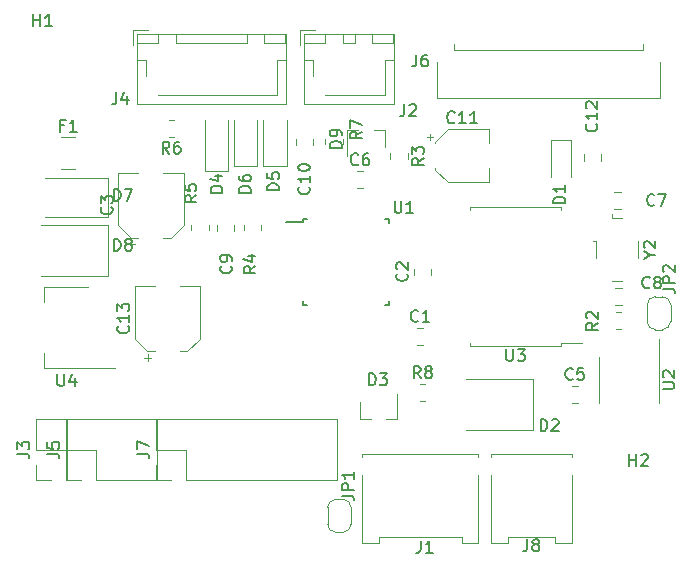
<source format=gbr>
%TF.GenerationSoftware,KiCad,Pcbnew,(5.1.12-1-10_14)*%
%TF.CreationDate,2022-04-05T22:08:35+02:00*%
%TF.ProjectId,SmartDisplay,536d6172-7444-4697-9370-6c61792e6b69,rev?*%
%TF.SameCoordinates,Original*%
%TF.FileFunction,Legend,Top*%
%TF.FilePolarity,Positive*%
%FSLAX46Y46*%
G04 Gerber Fmt 4.6, Leading zero omitted, Abs format (unit mm)*
G04 Created by KiCad (PCBNEW (5.1.12-1-10_14)) date 2022-04-05 22:08:35*
%MOMM*%
%LPD*%
G01*
G04 APERTURE LIST*
%ADD10C,0.120000*%
%ADD11C,0.150000*%
G04 APERTURE END LIST*
D10*
%TO.C,D9*%
X159780000Y-85960000D02*
X158850000Y-85960000D01*
X156620000Y-85960000D02*
X157550000Y-85960000D01*
X156620000Y-85960000D02*
X156620000Y-88120000D01*
X159780000Y-85960000D02*
X159780000Y-87420000D01*
%TO.C,C13*%
X139402500Y-105232500D02*
X140027500Y-105232500D01*
X139715000Y-105545000D02*
X139715000Y-104920000D01*
X143095563Y-104680000D02*
X144160000Y-103615563D01*
X139704437Y-104680000D02*
X138640000Y-103615563D01*
X139704437Y-104680000D02*
X140340000Y-104680000D01*
X143095563Y-104680000D02*
X142460000Y-104680000D01*
X144160000Y-103615563D02*
X144160000Y-99160000D01*
X138640000Y-103615563D02*
X138640000Y-99160000D01*
X138640000Y-99160000D02*
X140340000Y-99160000D01*
X144160000Y-99160000D02*
X142460000Y-99160000D01*
%TO.C,C3*%
X138002500Y-95632500D02*
X138627500Y-95632500D01*
X138315000Y-95945000D02*
X138315000Y-95320000D01*
X141695563Y-95080000D02*
X142760000Y-94015563D01*
X138304437Y-95080000D02*
X137240000Y-94015563D01*
X138304437Y-95080000D02*
X138940000Y-95080000D01*
X141695563Y-95080000D02*
X141060000Y-95080000D01*
X142760000Y-94015563D02*
X142760000Y-89560000D01*
X137240000Y-94015563D02*
X137240000Y-89560000D01*
X137240000Y-89560000D02*
X138940000Y-89560000D01*
X142760000Y-89560000D02*
X141060000Y-89560000D01*
%TO.C,U4*%
X130940000Y-99260000D02*
X130940000Y-100520000D01*
X130940000Y-106080000D02*
X130940000Y-104820000D01*
X134700000Y-99260000D02*
X130940000Y-99260000D01*
X136950000Y-106080000D02*
X130940000Y-106080000D01*
%TO.C,F1*%
X132385436Y-86560000D02*
X133589564Y-86560000D01*
X132385436Y-89280000D02*
X133589564Y-89280000D01*
%TO.C,D8*%
X136400000Y-98320000D02*
X136400000Y-94020000D01*
X136400000Y-94020000D02*
X130700000Y-94020000D01*
X136400000Y-98320000D02*
X130700000Y-98320000D01*
%TO.C,D7*%
X136400000Y-93320000D02*
X136400000Y-90020000D01*
X136400000Y-90020000D02*
X131000000Y-90020000D01*
X136400000Y-93320000D02*
X131000000Y-93320000D01*
%TO.C,U3*%
X170850000Y-92455000D02*
X166990000Y-92455000D01*
X166990000Y-92455000D02*
X166990000Y-92700000D01*
X170850000Y-92455000D02*
X174710000Y-92455000D01*
X174710000Y-92455000D02*
X174710000Y-92700000D01*
X170850000Y-104225000D02*
X166990000Y-104225000D01*
X166990000Y-104225000D02*
X166990000Y-103980000D01*
X170850000Y-104225000D02*
X174710000Y-104225000D01*
X174710000Y-104225000D02*
X174710000Y-103980000D01*
X174710000Y-103980000D02*
X176525000Y-103980000D01*
%TO.C,R8*%
X162772936Y-107435000D02*
X163227064Y-107435000D01*
X162772936Y-108905000D02*
X163227064Y-108905000D01*
%TO.C,R7*%
X156235000Y-86692936D02*
X156235000Y-87147064D01*
X154765000Y-86692936D02*
X154765000Y-87147064D01*
%TO.C,R6*%
X141950064Y-86587000D02*
X141495936Y-86587000D01*
X141950064Y-85117000D02*
X141495936Y-85117000D01*
%TO.C,R5*%
X144880000Y-93997936D02*
X144880000Y-94452064D01*
X143410000Y-93997936D02*
X143410000Y-94452064D01*
%TO.C,R4*%
X149325000Y-93997936D02*
X149325000Y-94452064D01*
X147855000Y-93997936D02*
X147855000Y-94452064D01*
%TO.C,R3*%
X161735000Y-87942936D02*
X161735000Y-88397064D01*
X160265000Y-87942936D02*
X160265000Y-88397064D01*
%TO.C,R2*%
X179814064Y-102843000D02*
X179359936Y-102843000D01*
X179814064Y-101373000D02*
X179359936Y-101373000D01*
%TO.C,C12*%
X178135000Y-88021248D02*
X178135000Y-88543752D01*
X176665000Y-88021248D02*
X176665000Y-88543752D01*
%TO.C,C9*%
X145569000Y-94486252D02*
X145569000Y-93963748D01*
X147039000Y-94486252D02*
X147039000Y-93963748D01*
%TO.C,C8*%
X179848252Y-100811000D02*
X179325748Y-100811000D01*
X179848252Y-99341000D02*
X179325748Y-99341000D01*
%TO.C,C7*%
X179238748Y-91185000D02*
X179761252Y-91185000D01*
X179238748Y-92655000D02*
X179761252Y-92655000D01*
%TO.C,C6*%
X157451248Y-89435000D02*
X157973752Y-89435000D01*
X157451248Y-90905000D02*
X157973752Y-90905000D01*
%TO.C,C5*%
X175624748Y-107596000D02*
X176147252Y-107596000D01*
X175624748Y-109066000D02*
X176147252Y-109066000D01*
%TO.C,C2*%
X162265000Y-98218752D02*
X162265000Y-97696248D01*
X163735000Y-98218752D02*
X163735000Y-97696248D01*
%TO.C,C1*%
X162526248Y-102685000D02*
X163048752Y-102685000D01*
X162526248Y-104155000D02*
X163048752Y-104155000D01*
%TO.C,D6*%
X147000000Y-89020000D02*
X149000000Y-89020000D01*
X149000000Y-89020000D02*
X149000000Y-85120000D01*
X147000000Y-89020000D02*
X147000000Y-85120000D01*
%TO.C,D5*%
X149500000Y-89020000D02*
X151500000Y-89020000D01*
X151500000Y-89020000D02*
X151500000Y-85120000D01*
X149500000Y-89020000D02*
X149500000Y-85120000D01*
D11*
%TO.C,U1*%
X152875000Y-93720000D02*
X151450000Y-93720000D01*
X160125000Y-93495000D02*
X159800000Y-93495000D01*
X160125000Y-100745000D02*
X159800000Y-100745000D01*
X152875000Y-100745000D02*
X153200000Y-100745000D01*
X152875000Y-93495000D02*
X153200000Y-93495000D01*
X152875000Y-100745000D02*
X152875000Y-100420000D01*
X160125000Y-100745000D02*
X160125000Y-100420000D01*
X160125000Y-93495000D02*
X160125000Y-93820000D01*
X152875000Y-93495000D02*
X152875000Y-93720000D01*
D10*
%TO.C,D3*%
X157670000Y-110430000D02*
X158600000Y-110430000D01*
X160830000Y-110430000D02*
X159900000Y-110430000D01*
X160830000Y-110430000D02*
X160830000Y-108270000D01*
X157670000Y-110430000D02*
X157670000Y-108970000D01*
%TO.C,J5*%
X140522000Y-115630000D02*
X140522000Y-110430000D01*
X135382000Y-115630000D02*
X140522000Y-115630000D01*
X132782000Y-110430000D02*
X140522000Y-110430000D01*
X135382000Y-115630000D02*
X135382000Y-113030000D01*
X135382000Y-113030000D02*
X132782000Y-113030000D01*
X132782000Y-113030000D02*
X132782000Y-110430000D01*
X134112000Y-115630000D02*
X132782000Y-115630000D01*
X132782000Y-115630000D02*
X132782000Y-114300000D01*
%TO.C,J2*%
X152928000Y-77804000D02*
X152928000Y-83774000D01*
X152928000Y-83774000D02*
X160548000Y-83774000D01*
X160548000Y-83774000D02*
X160548000Y-77804000D01*
X160548000Y-77804000D02*
X152928000Y-77804000D01*
X156238000Y-77814000D02*
X156238000Y-78564000D01*
X156238000Y-78564000D02*
X157238000Y-78564000D01*
X157238000Y-78564000D02*
X157238000Y-77814000D01*
X157238000Y-77814000D02*
X156238000Y-77814000D01*
X152938000Y-77814000D02*
X152938000Y-78564000D01*
X152938000Y-78564000D02*
X154738000Y-78564000D01*
X154738000Y-78564000D02*
X154738000Y-77814000D01*
X154738000Y-77814000D02*
X152938000Y-77814000D01*
X158738000Y-77814000D02*
X158738000Y-78564000D01*
X158738000Y-78564000D02*
X160538000Y-78564000D01*
X160538000Y-78564000D02*
X160538000Y-77814000D01*
X160538000Y-77814000D02*
X158738000Y-77814000D01*
X152938000Y-80064000D02*
X153688000Y-80064000D01*
X153688000Y-80064000D02*
X153688000Y-81404000D01*
X156738000Y-83014000D02*
X154748000Y-83014000D01*
X160538000Y-80064000D02*
X159788000Y-80064000D01*
X159788000Y-80064000D02*
X159788000Y-83014000D01*
X159788000Y-83014000D02*
X156738000Y-83014000D01*
X153888000Y-77514000D02*
X152638000Y-77514000D01*
X152638000Y-77514000D02*
X152638000Y-78764000D01*
%TO.C,J4*%
X138784000Y-77804000D02*
X138784000Y-83774000D01*
X138784000Y-83774000D02*
X151404000Y-83774000D01*
X151404000Y-83774000D02*
X151404000Y-77804000D01*
X151404000Y-77804000D02*
X138784000Y-77804000D01*
X142094000Y-77814000D02*
X142094000Y-78564000D01*
X142094000Y-78564000D02*
X148094000Y-78564000D01*
X148094000Y-78564000D02*
X148094000Y-77814000D01*
X148094000Y-77814000D02*
X142094000Y-77814000D01*
X138794000Y-77814000D02*
X138794000Y-78564000D01*
X138794000Y-78564000D02*
X140594000Y-78564000D01*
X140594000Y-78564000D02*
X140594000Y-77814000D01*
X140594000Y-77814000D02*
X138794000Y-77814000D01*
X149594000Y-77814000D02*
X149594000Y-78564000D01*
X149594000Y-78564000D02*
X151394000Y-78564000D01*
X151394000Y-78564000D02*
X151394000Y-77814000D01*
X151394000Y-77814000D02*
X149594000Y-77814000D01*
X138794000Y-80064000D02*
X139544000Y-80064000D01*
X139544000Y-80064000D02*
X139544000Y-81404000D01*
X145094000Y-83014000D02*
X140604000Y-83014000D01*
X151394000Y-80064000D02*
X150644000Y-80064000D01*
X150644000Y-80064000D02*
X150644000Y-83014000D01*
X150644000Y-83014000D02*
X145094000Y-83014000D01*
X139744000Y-77514000D02*
X138494000Y-77514000D01*
X138494000Y-77514000D02*
X138494000Y-78764000D01*
%TO.C,J3*%
X132902000Y-115630000D02*
X132902000Y-110430000D01*
X132842000Y-115630000D02*
X132902000Y-115630000D01*
X130242000Y-110430000D02*
X132902000Y-110430000D01*
X132842000Y-115630000D02*
X132842000Y-113030000D01*
X132842000Y-113030000D02*
X130242000Y-113030000D01*
X130242000Y-113030000D02*
X130242000Y-110430000D01*
X131572000Y-115630000D02*
X130242000Y-115630000D01*
X130242000Y-115630000D02*
X130242000Y-114300000D01*
%TO.C,J6*%
X164205000Y-80215000D02*
X164205000Y-83290000D01*
X164205000Y-83290000D02*
X183075000Y-83290000D01*
X183075000Y-83290000D02*
X183075000Y-80215000D01*
X165645000Y-78700000D02*
X165625000Y-78700000D01*
X165625000Y-78700000D02*
X165625000Y-79200000D01*
X165625000Y-79200000D02*
X181655000Y-79200000D01*
X181655000Y-79200000D02*
X181655000Y-78700000D01*
X181655000Y-78700000D02*
X181635000Y-78700000D01*
%TO.C,J7*%
X155762000Y-115630000D02*
X155762000Y-110430000D01*
X143002000Y-115630000D02*
X155762000Y-115630000D01*
X140402000Y-110430000D02*
X155762000Y-110430000D01*
X143002000Y-115630000D02*
X143002000Y-113030000D01*
X143002000Y-113030000D02*
X140402000Y-113030000D01*
X140402000Y-113030000D02*
X140402000Y-110430000D01*
X141732000Y-115630000D02*
X140402000Y-115630000D01*
X140402000Y-115630000D02*
X140402000Y-114300000D01*
%TO.C,D2*%
X172342000Y-111370000D02*
X166642000Y-111370000D01*
X172342000Y-107070000D02*
X166642000Y-107070000D01*
X172342000Y-111370000D02*
X172342000Y-107070000D01*
%TO.C,J8*%
X168777000Y-120944000D02*
X168777000Y-115184000D01*
X170197000Y-120944000D02*
X168777000Y-120944000D01*
X170197000Y-120444000D02*
X170197000Y-120944000D01*
X174227000Y-120444000D02*
X170197000Y-120444000D01*
X174227000Y-120944000D02*
X174227000Y-120444000D01*
X175647000Y-120944000D02*
X174227000Y-120944000D01*
X175647000Y-115184000D02*
X175647000Y-120944000D01*
X168777000Y-113354000D02*
X168777000Y-113664000D01*
X175647000Y-113354000D02*
X168777000Y-113354000D01*
X175647000Y-113664000D02*
X175647000Y-113354000D01*
%TO.C,D1*%
X175602000Y-86766000D02*
X173902000Y-86766000D01*
X173902000Y-86766000D02*
X173902000Y-89916000D01*
X175602000Y-86766000D02*
X175602000Y-89916000D01*
%TO.C,Y2*%
X179058000Y-93084000D02*
X179058000Y-93384000D01*
X179058000Y-93384000D02*
X179858000Y-93384000D01*
X179858000Y-98784000D02*
X179058000Y-98784000D01*
X181258000Y-95384000D02*
X181258000Y-96784000D01*
X177658000Y-96784000D02*
X177658000Y-95384000D01*
X177658000Y-95384000D02*
X177418000Y-95384000D01*
%TO.C,JP1*%
X156956000Y-117918000D02*
X156956000Y-119318000D01*
X156256000Y-120018000D02*
X155656000Y-120018000D01*
X154956000Y-119318000D02*
X154956000Y-117918000D01*
X155656000Y-117218000D02*
X156256000Y-117218000D01*
X156256000Y-117218000D02*
G75*
G02*
X156956000Y-117918000I0J-700000D01*
G01*
X154956000Y-117918000D02*
G75*
G02*
X155656000Y-117218000I700000J0D01*
G01*
X155656000Y-120018000D02*
G75*
G02*
X154956000Y-119318000I0J700000D01*
G01*
X156956000Y-119318000D02*
G75*
G02*
X156256000Y-120018000I-700000J0D01*
G01*
%TO.C,D4*%
X146542000Y-89446000D02*
X146542000Y-85146000D01*
X144542000Y-89446000D02*
X146542000Y-89446000D01*
X144542000Y-85146000D02*
X144542000Y-89446000D01*
%TO.C,C11*%
X163598000Y-86328000D02*
X163598000Y-86828000D01*
X163348000Y-86578000D02*
X163848000Y-86578000D01*
X164088000Y-89333563D02*
X165152437Y-90398000D01*
X164088000Y-86942437D02*
X165152437Y-85878000D01*
X164088000Y-86942437D02*
X164088000Y-87078000D01*
X164088000Y-89333563D02*
X164088000Y-89198000D01*
X165152437Y-90398000D02*
X168608000Y-90398000D01*
X165152437Y-85878000D02*
X168608000Y-85878000D01*
X168608000Y-85878000D02*
X168608000Y-87078000D01*
X168608000Y-90398000D02*
X168608000Y-89198000D01*
%TO.C,C10*%
X152290000Y-86683748D02*
X152290000Y-87206252D01*
X153710000Y-86683748D02*
X153710000Y-87206252D01*
%TO.C,U2*%
X183027000Y-107123000D02*
X183027000Y-103673000D01*
X183027000Y-107123000D02*
X183027000Y-109073000D01*
X177907000Y-107123000D02*
X177907000Y-105173000D01*
X177907000Y-107123000D02*
X177907000Y-109073000D01*
%TO.C,J1*%
X167725000Y-113664000D02*
X167725000Y-113354000D01*
X167725000Y-113354000D02*
X157855000Y-113354000D01*
X157855000Y-113354000D02*
X157855000Y-113664000D01*
X167725000Y-115184000D02*
X167725000Y-120944000D01*
X167725000Y-120944000D02*
X166305000Y-120944000D01*
X166305000Y-120944000D02*
X166305000Y-120444000D01*
X166305000Y-120444000D02*
X159275000Y-120444000D01*
X159275000Y-120444000D02*
X159275000Y-120944000D01*
X159275000Y-120944000D02*
X157855000Y-120944000D01*
X157855000Y-120944000D02*
X157855000Y-115184000D01*
%TO.C,JP2*%
X184007000Y-100758000D02*
X184007000Y-102158000D01*
X183307000Y-102858000D02*
X182707000Y-102858000D01*
X182007000Y-102158000D02*
X182007000Y-100758000D01*
X182707000Y-100058000D02*
X183307000Y-100058000D01*
X183307000Y-100058000D02*
G75*
G02*
X184007000Y-100758000I0J-700000D01*
G01*
X182007000Y-100758000D02*
G75*
G02*
X182707000Y-100058000I700000J0D01*
G01*
X182707000Y-102858000D02*
G75*
G02*
X182007000Y-102158000I0J700000D01*
G01*
X184007000Y-102158000D02*
G75*
G02*
X183307000Y-102858000I-700000J0D01*
G01*
%TO.C,D9*%
D11*
X156152380Y-87458095D02*
X155152380Y-87458095D01*
X155152380Y-87220000D01*
X155200000Y-87077142D01*
X155295238Y-86981904D01*
X155390476Y-86934285D01*
X155580952Y-86886666D01*
X155723809Y-86886666D01*
X155914285Y-86934285D01*
X156009523Y-86981904D01*
X156104761Y-87077142D01*
X156152380Y-87220000D01*
X156152380Y-87458095D01*
X156152380Y-86410476D02*
X156152380Y-86220000D01*
X156104761Y-86124761D01*
X156057142Y-86077142D01*
X155914285Y-85981904D01*
X155723809Y-85934285D01*
X155342857Y-85934285D01*
X155247619Y-85981904D01*
X155200000Y-86029523D01*
X155152380Y-86124761D01*
X155152380Y-86315238D01*
X155200000Y-86410476D01*
X155247619Y-86458095D01*
X155342857Y-86505714D01*
X155580952Y-86505714D01*
X155676190Y-86458095D01*
X155723809Y-86410476D01*
X155771428Y-86315238D01*
X155771428Y-86124761D01*
X155723809Y-86029523D01*
X155676190Y-85981904D01*
X155580952Y-85934285D01*
%TO.C,C13*%
X138057142Y-102562857D02*
X138104761Y-102610476D01*
X138152380Y-102753333D01*
X138152380Y-102848571D01*
X138104761Y-102991428D01*
X138009523Y-103086666D01*
X137914285Y-103134285D01*
X137723809Y-103181904D01*
X137580952Y-103181904D01*
X137390476Y-103134285D01*
X137295238Y-103086666D01*
X137200000Y-102991428D01*
X137152380Y-102848571D01*
X137152380Y-102753333D01*
X137200000Y-102610476D01*
X137247619Y-102562857D01*
X138152380Y-101610476D02*
X138152380Y-102181904D01*
X138152380Y-101896190D02*
X137152380Y-101896190D01*
X137295238Y-101991428D01*
X137390476Y-102086666D01*
X137438095Y-102181904D01*
X137152380Y-101277142D02*
X137152380Y-100658095D01*
X137533333Y-100991428D01*
X137533333Y-100848571D01*
X137580952Y-100753333D01*
X137628571Y-100705714D01*
X137723809Y-100658095D01*
X137961904Y-100658095D01*
X138057142Y-100705714D01*
X138104761Y-100753333D01*
X138152380Y-100848571D01*
X138152380Y-101134285D01*
X138104761Y-101229523D01*
X138057142Y-101277142D01*
%TO.C,C3*%
X136657142Y-92486666D02*
X136704761Y-92534285D01*
X136752380Y-92677142D01*
X136752380Y-92772380D01*
X136704761Y-92915238D01*
X136609523Y-93010476D01*
X136514285Y-93058095D01*
X136323809Y-93105714D01*
X136180952Y-93105714D01*
X135990476Y-93058095D01*
X135895238Y-93010476D01*
X135800000Y-92915238D01*
X135752380Y-92772380D01*
X135752380Y-92677142D01*
X135800000Y-92534285D01*
X135847619Y-92486666D01*
X135752380Y-92153333D02*
X135752380Y-91534285D01*
X136133333Y-91867619D01*
X136133333Y-91724761D01*
X136180952Y-91629523D01*
X136228571Y-91581904D01*
X136323809Y-91534285D01*
X136561904Y-91534285D01*
X136657142Y-91581904D01*
X136704761Y-91629523D01*
X136752380Y-91724761D01*
X136752380Y-92010476D01*
X136704761Y-92105714D01*
X136657142Y-92153333D01*
%TO.C,U4*%
X132088095Y-106622380D02*
X132088095Y-107431904D01*
X132135714Y-107527142D01*
X132183333Y-107574761D01*
X132278571Y-107622380D01*
X132469047Y-107622380D01*
X132564285Y-107574761D01*
X132611904Y-107527142D01*
X132659523Y-107431904D01*
X132659523Y-106622380D01*
X133564285Y-106955714D02*
X133564285Y-107622380D01*
X133326190Y-106574761D02*
X133088095Y-107289047D01*
X133707142Y-107289047D01*
%TO.C,F1*%
X132654166Y-85568571D02*
X132320833Y-85568571D01*
X132320833Y-86092380D02*
X132320833Y-85092380D01*
X132797023Y-85092380D01*
X133701785Y-86092380D02*
X133130357Y-86092380D01*
X133416071Y-86092380D02*
X133416071Y-85092380D01*
X133320833Y-85235238D01*
X133225595Y-85330476D01*
X133130357Y-85378095D01*
%TO.C,D8*%
X136861904Y-96172380D02*
X136861904Y-95172380D01*
X137100000Y-95172380D01*
X137242857Y-95220000D01*
X137338095Y-95315238D01*
X137385714Y-95410476D01*
X137433333Y-95600952D01*
X137433333Y-95743809D01*
X137385714Y-95934285D01*
X137338095Y-96029523D01*
X137242857Y-96124761D01*
X137100000Y-96172380D01*
X136861904Y-96172380D01*
X138004761Y-95600952D02*
X137909523Y-95553333D01*
X137861904Y-95505714D01*
X137814285Y-95410476D01*
X137814285Y-95362857D01*
X137861904Y-95267619D01*
X137909523Y-95220000D01*
X138004761Y-95172380D01*
X138195238Y-95172380D01*
X138290476Y-95220000D01*
X138338095Y-95267619D01*
X138385714Y-95362857D01*
X138385714Y-95410476D01*
X138338095Y-95505714D01*
X138290476Y-95553333D01*
X138195238Y-95600952D01*
X138004761Y-95600952D01*
X137909523Y-95648571D01*
X137861904Y-95696190D01*
X137814285Y-95791428D01*
X137814285Y-95981904D01*
X137861904Y-96077142D01*
X137909523Y-96124761D01*
X138004761Y-96172380D01*
X138195238Y-96172380D01*
X138290476Y-96124761D01*
X138338095Y-96077142D01*
X138385714Y-95981904D01*
X138385714Y-95791428D01*
X138338095Y-95696190D01*
X138290476Y-95648571D01*
X138195238Y-95600952D01*
%TO.C,D7*%
X136861904Y-91972380D02*
X136861904Y-90972380D01*
X137100000Y-90972380D01*
X137242857Y-91020000D01*
X137338095Y-91115238D01*
X137385714Y-91210476D01*
X137433333Y-91400952D01*
X137433333Y-91543809D01*
X137385714Y-91734285D01*
X137338095Y-91829523D01*
X137242857Y-91924761D01*
X137100000Y-91972380D01*
X136861904Y-91972380D01*
X137766666Y-90972380D02*
X138433333Y-90972380D01*
X138004761Y-91972380D01*
%TO.C,U3*%
X170088095Y-104512380D02*
X170088095Y-105321904D01*
X170135714Y-105417142D01*
X170183333Y-105464761D01*
X170278571Y-105512380D01*
X170469047Y-105512380D01*
X170564285Y-105464761D01*
X170611904Y-105417142D01*
X170659523Y-105321904D01*
X170659523Y-104512380D01*
X171040476Y-104512380D02*
X171659523Y-104512380D01*
X171326190Y-104893333D01*
X171469047Y-104893333D01*
X171564285Y-104940952D01*
X171611904Y-104988571D01*
X171659523Y-105083809D01*
X171659523Y-105321904D01*
X171611904Y-105417142D01*
X171564285Y-105464761D01*
X171469047Y-105512380D01*
X171183333Y-105512380D01*
X171088095Y-105464761D01*
X171040476Y-105417142D01*
%TO.C,R8*%
X162833333Y-106972380D02*
X162500000Y-106496190D01*
X162261904Y-106972380D02*
X162261904Y-105972380D01*
X162642857Y-105972380D01*
X162738095Y-106020000D01*
X162785714Y-106067619D01*
X162833333Y-106162857D01*
X162833333Y-106305714D01*
X162785714Y-106400952D01*
X162738095Y-106448571D01*
X162642857Y-106496190D01*
X162261904Y-106496190D01*
X163404761Y-106400952D02*
X163309523Y-106353333D01*
X163261904Y-106305714D01*
X163214285Y-106210476D01*
X163214285Y-106162857D01*
X163261904Y-106067619D01*
X163309523Y-106020000D01*
X163404761Y-105972380D01*
X163595238Y-105972380D01*
X163690476Y-106020000D01*
X163738095Y-106067619D01*
X163785714Y-106162857D01*
X163785714Y-106210476D01*
X163738095Y-106305714D01*
X163690476Y-106353333D01*
X163595238Y-106400952D01*
X163404761Y-106400952D01*
X163309523Y-106448571D01*
X163261904Y-106496190D01*
X163214285Y-106591428D01*
X163214285Y-106781904D01*
X163261904Y-106877142D01*
X163309523Y-106924761D01*
X163404761Y-106972380D01*
X163595238Y-106972380D01*
X163690476Y-106924761D01*
X163738095Y-106877142D01*
X163785714Y-106781904D01*
X163785714Y-106591428D01*
X163738095Y-106496190D01*
X163690476Y-106448571D01*
X163595238Y-106400952D01*
%TO.C,R7*%
X157852380Y-86086666D02*
X157376190Y-86420000D01*
X157852380Y-86658095D02*
X156852380Y-86658095D01*
X156852380Y-86277142D01*
X156900000Y-86181904D01*
X156947619Y-86134285D01*
X157042857Y-86086666D01*
X157185714Y-86086666D01*
X157280952Y-86134285D01*
X157328571Y-86181904D01*
X157376190Y-86277142D01*
X157376190Y-86658095D01*
X156852380Y-85753333D02*
X156852380Y-85086666D01*
X157852380Y-85515238D01*
%TO.C,R6*%
X141556333Y-87954380D02*
X141223000Y-87478190D01*
X140984904Y-87954380D02*
X140984904Y-86954380D01*
X141365857Y-86954380D01*
X141461095Y-87002000D01*
X141508714Y-87049619D01*
X141556333Y-87144857D01*
X141556333Y-87287714D01*
X141508714Y-87382952D01*
X141461095Y-87430571D01*
X141365857Y-87478190D01*
X140984904Y-87478190D01*
X142413476Y-86954380D02*
X142223000Y-86954380D01*
X142127761Y-87002000D01*
X142080142Y-87049619D01*
X141984904Y-87192476D01*
X141937285Y-87382952D01*
X141937285Y-87763904D01*
X141984904Y-87859142D01*
X142032523Y-87906761D01*
X142127761Y-87954380D01*
X142318238Y-87954380D01*
X142413476Y-87906761D01*
X142461095Y-87859142D01*
X142508714Y-87763904D01*
X142508714Y-87525809D01*
X142461095Y-87430571D01*
X142413476Y-87382952D01*
X142318238Y-87335333D01*
X142127761Y-87335333D01*
X142032523Y-87382952D01*
X141984904Y-87430571D01*
X141937285Y-87525809D01*
%TO.C,R5*%
X143852380Y-91486666D02*
X143376190Y-91820000D01*
X143852380Y-92058095D02*
X142852380Y-92058095D01*
X142852380Y-91677142D01*
X142900000Y-91581904D01*
X142947619Y-91534285D01*
X143042857Y-91486666D01*
X143185714Y-91486666D01*
X143280952Y-91534285D01*
X143328571Y-91581904D01*
X143376190Y-91677142D01*
X143376190Y-92058095D01*
X142852380Y-90581904D02*
X142852380Y-91058095D01*
X143328571Y-91105714D01*
X143280952Y-91058095D01*
X143233333Y-90962857D01*
X143233333Y-90724761D01*
X143280952Y-90629523D01*
X143328571Y-90581904D01*
X143423809Y-90534285D01*
X143661904Y-90534285D01*
X143757142Y-90581904D01*
X143804761Y-90629523D01*
X143852380Y-90724761D01*
X143852380Y-90962857D01*
X143804761Y-91058095D01*
X143757142Y-91105714D01*
%TO.C,R4*%
X148852380Y-97486666D02*
X148376190Y-97820000D01*
X148852380Y-98058095D02*
X147852380Y-98058095D01*
X147852380Y-97677142D01*
X147900000Y-97581904D01*
X147947619Y-97534285D01*
X148042857Y-97486666D01*
X148185714Y-97486666D01*
X148280952Y-97534285D01*
X148328571Y-97581904D01*
X148376190Y-97677142D01*
X148376190Y-98058095D01*
X148185714Y-96629523D02*
X148852380Y-96629523D01*
X147804761Y-96867619D02*
X148519047Y-97105714D01*
X148519047Y-96486666D01*
%TO.C,R3*%
X163102380Y-88336666D02*
X162626190Y-88670000D01*
X163102380Y-88908095D02*
X162102380Y-88908095D01*
X162102380Y-88527142D01*
X162150000Y-88431904D01*
X162197619Y-88384285D01*
X162292857Y-88336666D01*
X162435714Y-88336666D01*
X162530952Y-88384285D01*
X162578571Y-88431904D01*
X162626190Y-88527142D01*
X162626190Y-88908095D01*
X162102380Y-88003333D02*
X162102380Y-87384285D01*
X162483333Y-87717619D01*
X162483333Y-87574761D01*
X162530952Y-87479523D01*
X162578571Y-87431904D01*
X162673809Y-87384285D01*
X162911904Y-87384285D01*
X163007142Y-87431904D01*
X163054761Y-87479523D01*
X163102380Y-87574761D01*
X163102380Y-87860476D01*
X163054761Y-87955714D01*
X163007142Y-88003333D01*
%TO.C,R2*%
X177852380Y-102286666D02*
X177376190Y-102620000D01*
X177852380Y-102858095D02*
X176852380Y-102858095D01*
X176852380Y-102477142D01*
X176900000Y-102381904D01*
X176947619Y-102334285D01*
X177042857Y-102286666D01*
X177185714Y-102286666D01*
X177280952Y-102334285D01*
X177328571Y-102381904D01*
X177376190Y-102477142D01*
X177376190Y-102858095D01*
X176947619Y-101905714D02*
X176900000Y-101858095D01*
X176852380Y-101762857D01*
X176852380Y-101524761D01*
X176900000Y-101429523D01*
X176947619Y-101381904D01*
X177042857Y-101334285D01*
X177138095Y-101334285D01*
X177280952Y-101381904D01*
X177852380Y-101953333D01*
X177852380Y-101334285D01*
%TO.C,C12*%
X177712142Y-85444357D02*
X177759761Y-85491976D01*
X177807380Y-85634833D01*
X177807380Y-85730071D01*
X177759761Y-85872928D01*
X177664523Y-85968166D01*
X177569285Y-86015785D01*
X177378809Y-86063404D01*
X177235952Y-86063404D01*
X177045476Y-86015785D01*
X176950238Y-85968166D01*
X176855000Y-85872928D01*
X176807380Y-85730071D01*
X176807380Y-85634833D01*
X176855000Y-85491976D01*
X176902619Y-85444357D01*
X177807380Y-84491976D02*
X177807380Y-85063404D01*
X177807380Y-84777690D02*
X176807380Y-84777690D01*
X176950238Y-84872928D01*
X177045476Y-84968166D01*
X177093095Y-85063404D01*
X176902619Y-84111023D02*
X176855000Y-84063404D01*
X176807380Y-83968166D01*
X176807380Y-83730071D01*
X176855000Y-83634833D01*
X176902619Y-83587214D01*
X176997857Y-83539595D01*
X177093095Y-83539595D01*
X177235952Y-83587214D01*
X177807380Y-84158642D01*
X177807380Y-83539595D01*
%TO.C,C9*%
X146757142Y-97486666D02*
X146804761Y-97534285D01*
X146852380Y-97677142D01*
X146852380Y-97772380D01*
X146804761Y-97915238D01*
X146709523Y-98010476D01*
X146614285Y-98058095D01*
X146423809Y-98105714D01*
X146280952Y-98105714D01*
X146090476Y-98058095D01*
X145995238Y-98010476D01*
X145900000Y-97915238D01*
X145852380Y-97772380D01*
X145852380Y-97677142D01*
X145900000Y-97534285D01*
X145947619Y-97486666D01*
X146852380Y-97010476D02*
X146852380Y-96820000D01*
X146804761Y-96724761D01*
X146757142Y-96677142D01*
X146614285Y-96581904D01*
X146423809Y-96534285D01*
X146042857Y-96534285D01*
X145947619Y-96581904D01*
X145900000Y-96629523D01*
X145852380Y-96724761D01*
X145852380Y-96915238D01*
X145900000Y-97010476D01*
X145947619Y-97058095D01*
X146042857Y-97105714D01*
X146280952Y-97105714D01*
X146376190Y-97058095D01*
X146423809Y-97010476D01*
X146471428Y-96915238D01*
X146471428Y-96724761D01*
X146423809Y-96629523D01*
X146376190Y-96581904D01*
X146280952Y-96534285D01*
%TO.C,C8*%
X182233333Y-99277142D02*
X182185714Y-99324761D01*
X182042857Y-99372380D01*
X181947619Y-99372380D01*
X181804761Y-99324761D01*
X181709523Y-99229523D01*
X181661904Y-99134285D01*
X181614285Y-98943809D01*
X181614285Y-98800952D01*
X181661904Y-98610476D01*
X181709523Y-98515238D01*
X181804761Y-98420000D01*
X181947619Y-98372380D01*
X182042857Y-98372380D01*
X182185714Y-98420000D01*
X182233333Y-98467619D01*
X182804761Y-98800952D02*
X182709523Y-98753333D01*
X182661904Y-98705714D01*
X182614285Y-98610476D01*
X182614285Y-98562857D01*
X182661904Y-98467619D01*
X182709523Y-98420000D01*
X182804761Y-98372380D01*
X182995238Y-98372380D01*
X183090476Y-98420000D01*
X183138095Y-98467619D01*
X183185714Y-98562857D01*
X183185714Y-98610476D01*
X183138095Y-98705714D01*
X183090476Y-98753333D01*
X182995238Y-98800952D01*
X182804761Y-98800952D01*
X182709523Y-98848571D01*
X182661904Y-98896190D01*
X182614285Y-98991428D01*
X182614285Y-99181904D01*
X182661904Y-99277142D01*
X182709523Y-99324761D01*
X182804761Y-99372380D01*
X182995238Y-99372380D01*
X183090476Y-99324761D01*
X183138095Y-99277142D01*
X183185714Y-99181904D01*
X183185714Y-98991428D01*
X183138095Y-98896190D01*
X183090476Y-98848571D01*
X182995238Y-98800952D01*
%TO.C,C7*%
X182633333Y-92277142D02*
X182585714Y-92324761D01*
X182442857Y-92372380D01*
X182347619Y-92372380D01*
X182204761Y-92324761D01*
X182109523Y-92229523D01*
X182061904Y-92134285D01*
X182014285Y-91943809D01*
X182014285Y-91800952D01*
X182061904Y-91610476D01*
X182109523Y-91515238D01*
X182204761Y-91420000D01*
X182347619Y-91372380D01*
X182442857Y-91372380D01*
X182585714Y-91420000D01*
X182633333Y-91467619D01*
X182966666Y-91372380D02*
X183633333Y-91372380D01*
X183204761Y-92372380D01*
%TO.C,C6*%
X157545833Y-88847142D02*
X157498214Y-88894761D01*
X157355357Y-88942380D01*
X157260119Y-88942380D01*
X157117261Y-88894761D01*
X157022023Y-88799523D01*
X156974404Y-88704285D01*
X156926785Y-88513809D01*
X156926785Y-88370952D01*
X156974404Y-88180476D01*
X157022023Y-88085238D01*
X157117261Y-87990000D01*
X157260119Y-87942380D01*
X157355357Y-87942380D01*
X157498214Y-87990000D01*
X157545833Y-88037619D01*
X158402976Y-87942380D02*
X158212500Y-87942380D01*
X158117261Y-87990000D01*
X158069642Y-88037619D01*
X157974404Y-88180476D01*
X157926785Y-88370952D01*
X157926785Y-88751904D01*
X157974404Y-88847142D01*
X158022023Y-88894761D01*
X158117261Y-88942380D01*
X158307738Y-88942380D01*
X158402976Y-88894761D01*
X158450595Y-88847142D01*
X158498214Y-88751904D01*
X158498214Y-88513809D01*
X158450595Y-88418571D01*
X158402976Y-88370952D01*
X158307738Y-88323333D01*
X158117261Y-88323333D01*
X158022023Y-88370952D01*
X157974404Y-88418571D01*
X157926785Y-88513809D01*
%TO.C,C5*%
X175719333Y-107008142D02*
X175671714Y-107055761D01*
X175528857Y-107103380D01*
X175433619Y-107103380D01*
X175290761Y-107055761D01*
X175195523Y-106960523D01*
X175147904Y-106865285D01*
X175100285Y-106674809D01*
X175100285Y-106531952D01*
X175147904Y-106341476D01*
X175195523Y-106246238D01*
X175290761Y-106151000D01*
X175433619Y-106103380D01*
X175528857Y-106103380D01*
X175671714Y-106151000D01*
X175719333Y-106198619D01*
X176624095Y-106103380D02*
X176147904Y-106103380D01*
X176100285Y-106579571D01*
X176147904Y-106531952D01*
X176243142Y-106484333D01*
X176481238Y-106484333D01*
X176576476Y-106531952D01*
X176624095Y-106579571D01*
X176671714Y-106674809D01*
X176671714Y-106912904D01*
X176624095Y-107008142D01*
X176576476Y-107055761D01*
X176481238Y-107103380D01*
X176243142Y-107103380D01*
X176147904Y-107055761D01*
X176100285Y-107008142D01*
%TO.C,C2*%
X161677142Y-98124166D02*
X161724761Y-98171785D01*
X161772380Y-98314642D01*
X161772380Y-98409880D01*
X161724761Y-98552738D01*
X161629523Y-98647976D01*
X161534285Y-98695595D01*
X161343809Y-98743214D01*
X161200952Y-98743214D01*
X161010476Y-98695595D01*
X160915238Y-98647976D01*
X160820000Y-98552738D01*
X160772380Y-98409880D01*
X160772380Y-98314642D01*
X160820000Y-98171785D01*
X160867619Y-98124166D01*
X160867619Y-97743214D02*
X160820000Y-97695595D01*
X160772380Y-97600357D01*
X160772380Y-97362261D01*
X160820000Y-97267023D01*
X160867619Y-97219404D01*
X160962857Y-97171785D01*
X161058095Y-97171785D01*
X161200952Y-97219404D01*
X161772380Y-97790833D01*
X161772380Y-97171785D01*
%TO.C,C1*%
X162620833Y-102097142D02*
X162573214Y-102144761D01*
X162430357Y-102192380D01*
X162335119Y-102192380D01*
X162192261Y-102144761D01*
X162097023Y-102049523D01*
X162049404Y-101954285D01*
X162001785Y-101763809D01*
X162001785Y-101620952D01*
X162049404Y-101430476D01*
X162097023Y-101335238D01*
X162192261Y-101240000D01*
X162335119Y-101192380D01*
X162430357Y-101192380D01*
X162573214Y-101240000D01*
X162620833Y-101287619D01*
X163573214Y-102192380D02*
X163001785Y-102192380D01*
X163287500Y-102192380D02*
X163287500Y-101192380D01*
X163192261Y-101335238D01*
X163097023Y-101430476D01*
X163001785Y-101478095D01*
%TO.C,D6*%
X148452380Y-91258095D02*
X147452380Y-91258095D01*
X147452380Y-91020000D01*
X147500000Y-90877142D01*
X147595238Y-90781904D01*
X147690476Y-90734285D01*
X147880952Y-90686666D01*
X148023809Y-90686666D01*
X148214285Y-90734285D01*
X148309523Y-90781904D01*
X148404761Y-90877142D01*
X148452380Y-91020000D01*
X148452380Y-91258095D01*
X147452380Y-89829523D02*
X147452380Y-90020000D01*
X147500000Y-90115238D01*
X147547619Y-90162857D01*
X147690476Y-90258095D01*
X147880952Y-90305714D01*
X148261904Y-90305714D01*
X148357142Y-90258095D01*
X148404761Y-90210476D01*
X148452380Y-90115238D01*
X148452380Y-89924761D01*
X148404761Y-89829523D01*
X148357142Y-89781904D01*
X148261904Y-89734285D01*
X148023809Y-89734285D01*
X147928571Y-89781904D01*
X147880952Y-89829523D01*
X147833333Y-89924761D01*
X147833333Y-90115238D01*
X147880952Y-90210476D01*
X147928571Y-90258095D01*
X148023809Y-90305714D01*
%TO.C,D5*%
X150852380Y-91058095D02*
X149852380Y-91058095D01*
X149852380Y-90820000D01*
X149900000Y-90677142D01*
X149995238Y-90581904D01*
X150090476Y-90534285D01*
X150280952Y-90486666D01*
X150423809Y-90486666D01*
X150614285Y-90534285D01*
X150709523Y-90581904D01*
X150804761Y-90677142D01*
X150852380Y-90820000D01*
X150852380Y-91058095D01*
X149852380Y-89581904D02*
X149852380Y-90058095D01*
X150328571Y-90105714D01*
X150280952Y-90058095D01*
X150233333Y-89962857D01*
X150233333Y-89724761D01*
X150280952Y-89629523D01*
X150328571Y-89581904D01*
X150423809Y-89534285D01*
X150661904Y-89534285D01*
X150757142Y-89581904D01*
X150804761Y-89629523D01*
X150852380Y-89724761D01*
X150852380Y-89962857D01*
X150804761Y-90058095D01*
X150757142Y-90105714D01*
%TO.C,U1*%
X160638095Y-91972380D02*
X160638095Y-92781904D01*
X160685714Y-92877142D01*
X160733333Y-92924761D01*
X160828571Y-92972380D01*
X161019047Y-92972380D01*
X161114285Y-92924761D01*
X161161904Y-92877142D01*
X161209523Y-92781904D01*
X161209523Y-91972380D01*
X162209523Y-92972380D02*
X161638095Y-92972380D01*
X161923809Y-92972380D02*
X161923809Y-91972380D01*
X161828571Y-92115238D01*
X161733333Y-92210476D01*
X161638095Y-92258095D01*
%TO.C,D3*%
X158461904Y-107572380D02*
X158461904Y-106572380D01*
X158700000Y-106572380D01*
X158842857Y-106620000D01*
X158938095Y-106715238D01*
X158985714Y-106810476D01*
X159033333Y-107000952D01*
X159033333Y-107143809D01*
X158985714Y-107334285D01*
X158938095Y-107429523D01*
X158842857Y-107524761D01*
X158700000Y-107572380D01*
X158461904Y-107572380D01*
X159366666Y-106572380D02*
X159985714Y-106572380D01*
X159652380Y-106953333D01*
X159795238Y-106953333D01*
X159890476Y-107000952D01*
X159938095Y-107048571D01*
X159985714Y-107143809D01*
X159985714Y-107381904D01*
X159938095Y-107477142D01*
X159890476Y-107524761D01*
X159795238Y-107572380D01*
X159509523Y-107572380D01*
X159414285Y-107524761D01*
X159366666Y-107477142D01*
%TO.C,J5*%
X131234380Y-113363333D02*
X131948666Y-113363333D01*
X132091523Y-113410952D01*
X132186761Y-113506190D01*
X132234380Y-113649047D01*
X132234380Y-113744285D01*
X131234380Y-112410952D02*
X131234380Y-112887142D01*
X131710571Y-112934761D01*
X131662952Y-112887142D01*
X131615333Y-112791904D01*
X131615333Y-112553809D01*
X131662952Y-112458571D01*
X131710571Y-112410952D01*
X131805809Y-112363333D01*
X132043904Y-112363333D01*
X132139142Y-112410952D01*
X132186761Y-112458571D01*
X132234380Y-112553809D01*
X132234380Y-112791904D01*
X132186761Y-112887142D01*
X132139142Y-112934761D01*
%TO.C,J2*%
X161464666Y-83780380D02*
X161464666Y-84494666D01*
X161417047Y-84637523D01*
X161321809Y-84732761D01*
X161178952Y-84780380D01*
X161083714Y-84780380D01*
X161893238Y-83875619D02*
X161940857Y-83828000D01*
X162036095Y-83780380D01*
X162274190Y-83780380D01*
X162369428Y-83828000D01*
X162417047Y-83875619D01*
X162464666Y-83970857D01*
X162464666Y-84066095D01*
X162417047Y-84208952D01*
X161845619Y-84780380D01*
X162464666Y-84780380D01*
%TO.C,J4*%
X137066666Y-82772380D02*
X137066666Y-83486666D01*
X137019047Y-83629523D01*
X136923809Y-83724761D01*
X136780952Y-83772380D01*
X136685714Y-83772380D01*
X137971428Y-83105714D02*
X137971428Y-83772380D01*
X137733333Y-82724761D02*
X137495238Y-83439047D01*
X138114285Y-83439047D01*
%TO.C,J3*%
X128694380Y-113363333D02*
X129408666Y-113363333D01*
X129551523Y-113410952D01*
X129646761Y-113506190D01*
X129694380Y-113649047D01*
X129694380Y-113744285D01*
X128694380Y-112982380D02*
X128694380Y-112363333D01*
X129075333Y-112696666D01*
X129075333Y-112553809D01*
X129122952Y-112458571D01*
X129170571Y-112410952D01*
X129265809Y-112363333D01*
X129503904Y-112363333D01*
X129599142Y-112410952D01*
X129646761Y-112458571D01*
X129694380Y-112553809D01*
X129694380Y-112839523D01*
X129646761Y-112934761D01*
X129599142Y-112982380D01*
%TO.C,J6*%
X162466666Y-79572380D02*
X162466666Y-80286666D01*
X162419047Y-80429523D01*
X162323809Y-80524761D01*
X162180952Y-80572380D01*
X162085714Y-80572380D01*
X163371428Y-79572380D02*
X163180952Y-79572380D01*
X163085714Y-79620000D01*
X163038095Y-79667619D01*
X162942857Y-79810476D01*
X162895238Y-80000952D01*
X162895238Y-80381904D01*
X162942857Y-80477142D01*
X162990476Y-80524761D01*
X163085714Y-80572380D01*
X163276190Y-80572380D01*
X163371428Y-80524761D01*
X163419047Y-80477142D01*
X163466666Y-80381904D01*
X163466666Y-80143809D01*
X163419047Y-80048571D01*
X163371428Y-80000952D01*
X163276190Y-79953333D01*
X163085714Y-79953333D01*
X162990476Y-80000952D01*
X162942857Y-80048571D01*
X162895238Y-80143809D01*
%TO.C,J7*%
X138854380Y-113363333D02*
X139568666Y-113363333D01*
X139711523Y-113410952D01*
X139806761Y-113506190D01*
X139854380Y-113649047D01*
X139854380Y-113744285D01*
X138854380Y-112982380D02*
X138854380Y-112315714D01*
X139854380Y-112744285D01*
%TO.C,D2*%
X172997904Y-111450380D02*
X172997904Y-110450380D01*
X173236000Y-110450380D01*
X173378857Y-110498000D01*
X173474095Y-110593238D01*
X173521714Y-110688476D01*
X173569333Y-110878952D01*
X173569333Y-111021809D01*
X173521714Y-111212285D01*
X173474095Y-111307523D01*
X173378857Y-111402761D01*
X173236000Y-111450380D01*
X172997904Y-111450380D01*
X173950285Y-110545619D02*
X173997904Y-110498000D01*
X174093142Y-110450380D01*
X174331238Y-110450380D01*
X174426476Y-110498000D01*
X174474095Y-110545619D01*
X174521714Y-110640857D01*
X174521714Y-110736095D01*
X174474095Y-110878952D01*
X173902666Y-111450380D01*
X174521714Y-111450380D01*
%TO.C,J8*%
X171878666Y-120610380D02*
X171878666Y-121324666D01*
X171831047Y-121467523D01*
X171735809Y-121562761D01*
X171592952Y-121610380D01*
X171497714Y-121610380D01*
X172497714Y-121038952D02*
X172402476Y-120991333D01*
X172354857Y-120943714D01*
X172307238Y-120848476D01*
X172307238Y-120800857D01*
X172354857Y-120705619D01*
X172402476Y-120658000D01*
X172497714Y-120610380D01*
X172688190Y-120610380D01*
X172783428Y-120658000D01*
X172831047Y-120705619D01*
X172878666Y-120800857D01*
X172878666Y-120848476D01*
X172831047Y-120943714D01*
X172783428Y-120991333D01*
X172688190Y-121038952D01*
X172497714Y-121038952D01*
X172402476Y-121086571D01*
X172354857Y-121134190D01*
X172307238Y-121229428D01*
X172307238Y-121419904D01*
X172354857Y-121515142D01*
X172402476Y-121562761D01*
X172497714Y-121610380D01*
X172688190Y-121610380D01*
X172783428Y-121562761D01*
X172831047Y-121515142D01*
X172878666Y-121419904D01*
X172878666Y-121229428D01*
X172831047Y-121134190D01*
X172783428Y-121086571D01*
X172688190Y-121038952D01*
%TO.C,D1*%
X175077380Y-92178095D02*
X174077380Y-92178095D01*
X174077380Y-91940000D01*
X174125000Y-91797142D01*
X174220238Y-91701904D01*
X174315476Y-91654285D01*
X174505952Y-91606666D01*
X174648809Y-91606666D01*
X174839285Y-91654285D01*
X174934523Y-91701904D01*
X175029761Y-91797142D01*
X175077380Y-91940000D01*
X175077380Y-92178095D01*
X175077380Y-90654285D02*
X175077380Y-91225714D01*
X175077380Y-90940000D02*
X174077380Y-90940000D01*
X174220238Y-91035238D01*
X174315476Y-91130476D01*
X174363095Y-91225714D01*
%TO.C,Y2*%
X182234190Y-96560190D02*
X182710380Y-96560190D01*
X181710380Y-96893523D02*
X182234190Y-96560190D01*
X181710380Y-96226857D01*
X181805619Y-95941142D02*
X181758000Y-95893523D01*
X181710380Y-95798285D01*
X181710380Y-95560190D01*
X181758000Y-95464952D01*
X181805619Y-95417333D01*
X181900857Y-95369714D01*
X181996095Y-95369714D01*
X182138952Y-95417333D01*
X182710380Y-95988761D01*
X182710380Y-95369714D01*
%TO.C,JP1*%
X156170380Y-116911333D02*
X156884666Y-116911333D01*
X157027523Y-116958952D01*
X157122761Y-117054190D01*
X157170380Y-117197047D01*
X157170380Y-117292285D01*
X157170380Y-116435142D02*
X156170380Y-116435142D01*
X156170380Y-116054190D01*
X156218000Y-115958952D01*
X156265619Y-115911333D01*
X156360857Y-115863714D01*
X156503714Y-115863714D01*
X156598952Y-115911333D01*
X156646571Y-115958952D01*
X156694190Y-116054190D01*
X156694190Y-116435142D01*
X157170380Y-114911333D02*
X157170380Y-115482761D01*
X157170380Y-115197047D02*
X156170380Y-115197047D01*
X156313238Y-115292285D01*
X156408476Y-115387523D01*
X156456095Y-115482761D01*
%TO.C,D4*%
X146052380Y-91258095D02*
X145052380Y-91258095D01*
X145052380Y-91020000D01*
X145100000Y-90877142D01*
X145195238Y-90781904D01*
X145290476Y-90734285D01*
X145480952Y-90686666D01*
X145623809Y-90686666D01*
X145814285Y-90734285D01*
X145909523Y-90781904D01*
X146004761Y-90877142D01*
X146052380Y-91020000D01*
X146052380Y-91258095D01*
X145385714Y-89829523D02*
X146052380Y-89829523D01*
X145004761Y-90067619D02*
X145719047Y-90305714D01*
X145719047Y-89686666D01*
%TO.C,C11*%
X165705142Y-85295142D02*
X165657523Y-85342761D01*
X165514666Y-85390380D01*
X165419428Y-85390380D01*
X165276571Y-85342761D01*
X165181333Y-85247523D01*
X165133714Y-85152285D01*
X165086095Y-84961809D01*
X165086095Y-84818952D01*
X165133714Y-84628476D01*
X165181333Y-84533238D01*
X165276571Y-84438000D01*
X165419428Y-84390380D01*
X165514666Y-84390380D01*
X165657523Y-84438000D01*
X165705142Y-84485619D01*
X166657523Y-85390380D02*
X166086095Y-85390380D01*
X166371809Y-85390380D02*
X166371809Y-84390380D01*
X166276571Y-84533238D01*
X166181333Y-84628476D01*
X166086095Y-84676095D01*
X167609904Y-85390380D02*
X167038476Y-85390380D01*
X167324190Y-85390380D02*
X167324190Y-84390380D01*
X167228952Y-84533238D01*
X167133714Y-84628476D01*
X167038476Y-84676095D01*
%TO.C,C10*%
X153357142Y-90762857D02*
X153404761Y-90810476D01*
X153452380Y-90953333D01*
X153452380Y-91048571D01*
X153404761Y-91191428D01*
X153309523Y-91286666D01*
X153214285Y-91334285D01*
X153023809Y-91381904D01*
X152880952Y-91381904D01*
X152690476Y-91334285D01*
X152595238Y-91286666D01*
X152500000Y-91191428D01*
X152452380Y-91048571D01*
X152452380Y-90953333D01*
X152500000Y-90810476D01*
X152547619Y-90762857D01*
X153452380Y-89810476D02*
X153452380Y-90381904D01*
X153452380Y-90096190D02*
X152452380Y-90096190D01*
X152595238Y-90191428D01*
X152690476Y-90286666D01*
X152738095Y-90381904D01*
X152452380Y-89191428D02*
X152452380Y-89096190D01*
X152500000Y-89000952D01*
X152547619Y-88953333D01*
X152642857Y-88905714D01*
X152833333Y-88858095D01*
X153071428Y-88858095D01*
X153261904Y-88905714D01*
X153357142Y-88953333D01*
X153404761Y-89000952D01*
X153452380Y-89096190D01*
X153452380Y-89191428D01*
X153404761Y-89286666D01*
X153357142Y-89334285D01*
X153261904Y-89381904D01*
X153071428Y-89429523D01*
X152833333Y-89429523D01*
X152642857Y-89381904D01*
X152547619Y-89334285D01*
X152500000Y-89286666D01*
X152452380Y-89191428D01*
%TO.C,H2*%
X180513151Y-114408436D02*
X180513151Y-113408436D01*
X180513151Y-113884627D02*
X181084579Y-113884627D01*
X181084579Y-114408436D02*
X181084579Y-113408436D01*
X181513151Y-113503675D02*
X181560770Y-113456056D01*
X181656008Y-113408436D01*
X181894103Y-113408436D01*
X181989341Y-113456056D01*
X182036960Y-113503675D01*
X182084579Y-113598913D01*
X182084579Y-113694151D01*
X182036960Y-113837008D01*
X181465532Y-114408436D01*
X182084579Y-114408436D01*
%TO.C,H1*%
X130048095Y-77151380D02*
X130048095Y-76151380D01*
X130048095Y-76627571D02*
X130619523Y-76627571D01*
X130619523Y-77151380D02*
X130619523Y-76151380D01*
X131619523Y-77151380D02*
X131048095Y-77151380D01*
X131333809Y-77151380D02*
X131333809Y-76151380D01*
X131238571Y-76294238D01*
X131143333Y-76389476D01*
X131048095Y-76437095D01*
%TO.C,U2*%
X183319380Y-107884904D02*
X184128904Y-107884904D01*
X184224142Y-107837285D01*
X184271761Y-107789666D01*
X184319380Y-107694428D01*
X184319380Y-107503952D01*
X184271761Y-107408714D01*
X184224142Y-107361095D01*
X184128904Y-107313476D01*
X183319380Y-107313476D01*
X183414619Y-106884904D02*
X183367000Y-106837285D01*
X183319380Y-106742047D01*
X183319380Y-106503952D01*
X183367000Y-106408714D01*
X183414619Y-106361095D01*
X183509857Y-106313476D01*
X183605095Y-106313476D01*
X183747952Y-106361095D01*
X184319380Y-106932523D01*
X184319380Y-106313476D01*
%TO.C,J1*%
X162861666Y-120737380D02*
X162861666Y-121451666D01*
X162814047Y-121594523D01*
X162718809Y-121689761D01*
X162575952Y-121737380D01*
X162480714Y-121737380D01*
X163861666Y-121737380D02*
X163290238Y-121737380D01*
X163575952Y-121737380D02*
X163575952Y-120737380D01*
X163480714Y-120880238D01*
X163385476Y-120975476D01*
X163290238Y-121023095D01*
%TO.C,JP2*%
X183348380Y-99385333D02*
X184062666Y-99385333D01*
X184205523Y-99432952D01*
X184300761Y-99528190D01*
X184348380Y-99671047D01*
X184348380Y-99766285D01*
X184348380Y-98909142D02*
X183348380Y-98909142D01*
X183348380Y-98528190D01*
X183396000Y-98432952D01*
X183443619Y-98385333D01*
X183538857Y-98337714D01*
X183681714Y-98337714D01*
X183776952Y-98385333D01*
X183824571Y-98432952D01*
X183872190Y-98528190D01*
X183872190Y-98909142D01*
X183443619Y-97956761D02*
X183396000Y-97909142D01*
X183348380Y-97813904D01*
X183348380Y-97575809D01*
X183396000Y-97480571D01*
X183443619Y-97432952D01*
X183538857Y-97385333D01*
X183634095Y-97385333D01*
X183776952Y-97432952D01*
X184348380Y-98004380D01*
X184348380Y-97385333D01*
%TD*%
M02*

</source>
